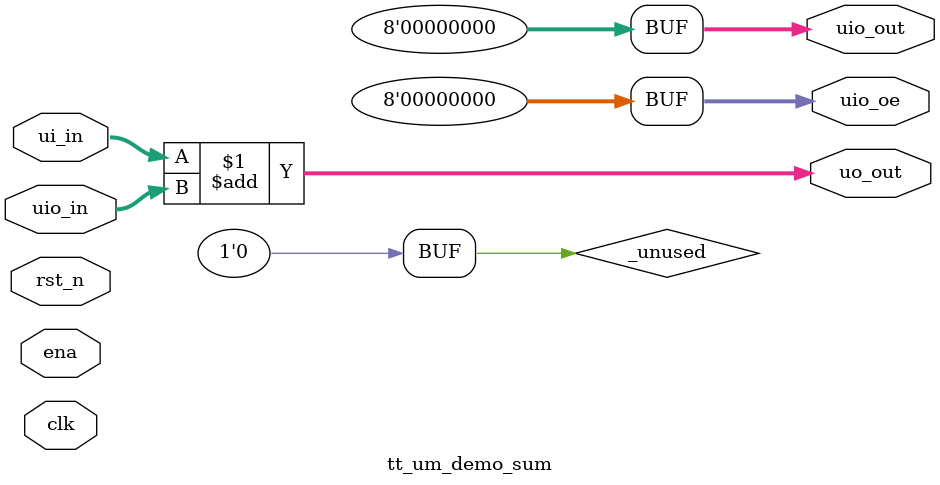
<source format=v>
/*
 * Copyright (c) 2024 Your Name
 * SPDX-License-Identifier: Apache-2.0
 */

`default_nettype none

module tt_um_demo_sum (
    input  wire [7:0] ui_in,    // Dedicated inputs
    output wire [7:0] uo_out,   // Dedicated outputs
    input  wire [7:0] uio_in,   // IOs: Input path
    output wire [7:0] uio_out,  // IOs: Output path
    output wire [7:0] uio_oe,   // IOs: Enable path (active high: 0=input, 1=output)
    input  wire       ena,      // always 1 when the design is powered, so you can ignore it
    input  wire       clk,      // clock
    input  wire       rst_n     // reset_n - low to reset
);

  // All output pins must be assigned. If not used, assign to 0.
  assign uo_out  = ui_in + uio_in;  // Example: ou_out is the sum of ui_in and uio_in
  assign uio_out = 0;
  assign uio_oe  = 0;

  // List all unused inputs to prevent warnings
  wire _unused = &{ena, clk, rst_n, 1'b0};

endmodule

</source>
